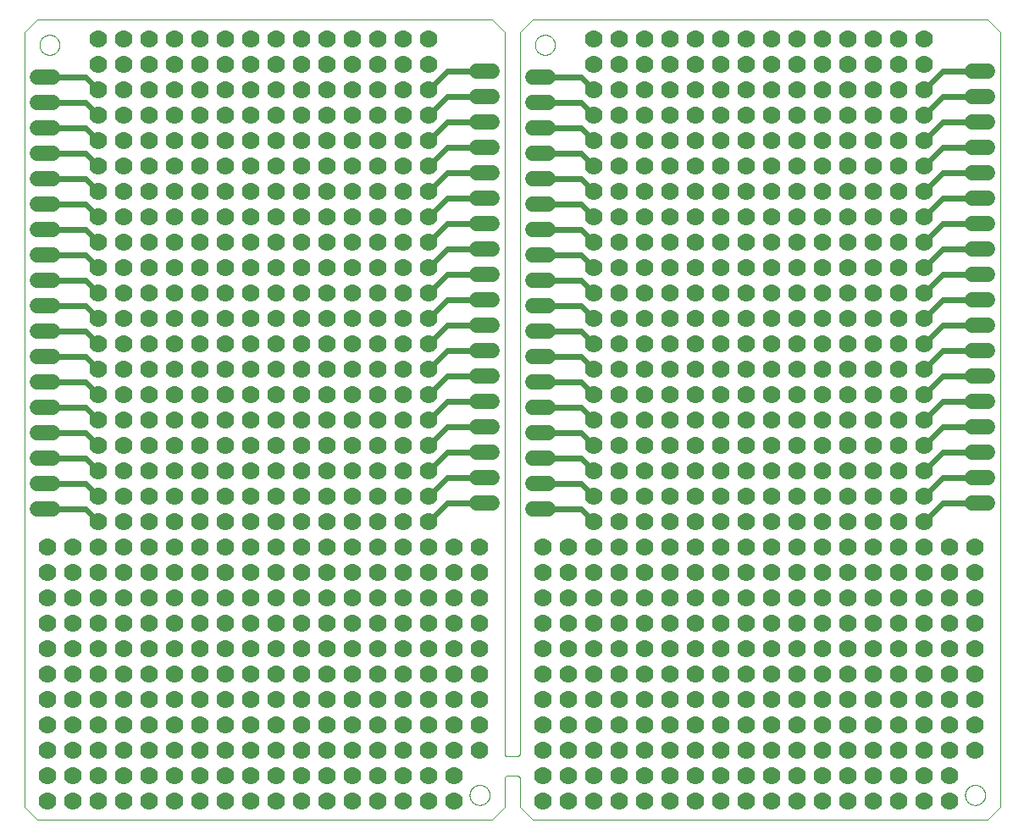
<source format=gbl>
G75*
%MOIN*%
%OFA0B0*%
%FSLAX25Y25*%
%IPPOS*%
%LPD*%
%AMOC8*
5,1,8,0,0,1.08239X$1,22.5*
%
%ADD10C,0.00000*%
%ADD11C,0.06000*%
%ADD12C,0.07000*%
%ADD13C,0.02400*%
D10*
X0001202Y0006000D02*
X0006202Y0001000D01*
X0185202Y0001000D01*
X0190202Y0006000D01*
X0190202Y0017250D01*
X0190204Y0017318D01*
X0190209Y0017385D01*
X0190218Y0017452D01*
X0190231Y0017519D01*
X0190248Y0017584D01*
X0190267Y0017649D01*
X0190291Y0017713D01*
X0190318Y0017775D01*
X0190348Y0017836D01*
X0190381Y0017894D01*
X0190417Y0017951D01*
X0190457Y0018006D01*
X0190499Y0018059D01*
X0190545Y0018110D01*
X0190592Y0018157D01*
X0190643Y0018203D01*
X0190696Y0018245D01*
X0190751Y0018285D01*
X0190808Y0018321D01*
X0190866Y0018354D01*
X0190927Y0018384D01*
X0190989Y0018411D01*
X0191053Y0018435D01*
X0191118Y0018454D01*
X0191183Y0018471D01*
X0191250Y0018484D01*
X0191317Y0018493D01*
X0191384Y0018498D01*
X0191452Y0018500D01*
X0194952Y0018500D01*
X0195020Y0018498D01*
X0195087Y0018493D01*
X0195154Y0018484D01*
X0195221Y0018471D01*
X0195286Y0018454D01*
X0195351Y0018435D01*
X0195415Y0018411D01*
X0195477Y0018384D01*
X0195538Y0018354D01*
X0195596Y0018321D01*
X0195653Y0018285D01*
X0195708Y0018245D01*
X0195761Y0018203D01*
X0195812Y0018157D01*
X0195859Y0018110D01*
X0195905Y0018059D01*
X0195947Y0018006D01*
X0195987Y0017951D01*
X0196023Y0017894D01*
X0196056Y0017836D01*
X0196086Y0017775D01*
X0196113Y0017713D01*
X0196137Y0017649D01*
X0196156Y0017584D01*
X0196173Y0017519D01*
X0196186Y0017452D01*
X0196195Y0017385D01*
X0196200Y0017318D01*
X0196202Y0017250D01*
X0196202Y0006000D01*
X0201202Y0001000D01*
X0380202Y0001000D01*
X0385202Y0006000D01*
X0385202Y0311000D01*
X0380202Y0316000D01*
X0201202Y0316000D01*
X0196202Y0311000D01*
X0196202Y0027250D01*
X0196200Y0027182D01*
X0196195Y0027115D01*
X0196186Y0027048D01*
X0196173Y0026981D01*
X0196156Y0026916D01*
X0196137Y0026851D01*
X0196113Y0026787D01*
X0196086Y0026725D01*
X0196056Y0026664D01*
X0196023Y0026606D01*
X0195987Y0026549D01*
X0195947Y0026494D01*
X0195905Y0026441D01*
X0195859Y0026390D01*
X0195812Y0026343D01*
X0195761Y0026297D01*
X0195708Y0026255D01*
X0195653Y0026215D01*
X0195596Y0026179D01*
X0195538Y0026146D01*
X0195477Y0026116D01*
X0195415Y0026089D01*
X0195351Y0026065D01*
X0195286Y0026046D01*
X0195221Y0026029D01*
X0195154Y0026016D01*
X0195087Y0026007D01*
X0195020Y0026002D01*
X0194952Y0026000D01*
X0191452Y0026000D01*
X0191384Y0026002D01*
X0191317Y0026007D01*
X0191250Y0026016D01*
X0191183Y0026029D01*
X0191118Y0026046D01*
X0191053Y0026065D01*
X0190989Y0026089D01*
X0190927Y0026116D01*
X0190866Y0026146D01*
X0190808Y0026179D01*
X0190751Y0026215D01*
X0190696Y0026255D01*
X0190643Y0026297D01*
X0190592Y0026343D01*
X0190545Y0026390D01*
X0190499Y0026441D01*
X0190457Y0026494D01*
X0190417Y0026549D01*
X0190381Y0026606D01*
X0190348Y0026664D01*
X0190318Y0026725D01*
X0190291Y0026787D01*
X0190267Y0026851D01*
X0190248Y0026916D01*
X0190231Y0026981D01*
X0190218Y0027048D01*
X0190209Y0027115D01*
X0190204Y0027182D01*
X0190202Y0027250D01*
X0190202Y0311000D01*
X0185202Y0316000D01*
X0006202Y0316000D01*
X0001202Y0311000D01*
X0001202Y0006000D01*
X0176423Y0010843D02*
X0176425Y0010968D01*
X0176431Y0011093D01*
X0176441Y0011217D01*
X0176455Y0011341D01*
X0176472Y0011465D01*
X0176494Y0011588D01*
X0176520Y0011710D01*
X0176549Y0011832D01*
X0176582Y0011952D01*
X0176620Y0012071D01*
X0176660Y0012190D01*
X0176705Y0012306D01*
X0176753Y0012421D01*
X0176805Y0012535D01*
X0176861Y0012647D01*
X0176920Y0012757D01*
X0176982Y0012865D01*
X0177048Y0012972D01*
X0177117Y0013076D01*
X0177190Y0013177D01*
X0177265Y0013277D01*
X0177344Y0013374D01*
X0177426Y0013468D01*
X0177511Y0013560D01*
X0177598Y0013649D01*
X0177689Y0013735D01*
X0177782Y0013818D01*
X0177878Y0013899D01*
X0177976Y0013976D01*
X0178076Y0014050D01*
X0178179Y0014121D01*
X0178284Y0014188D01*
X0178392Y0014253D01*
X0178501Y0014313D01*
X0178612Y0014371D01*
X0178725Y0014424D01*
X0178839Y0014474D01*
X0178955Y0014521D01*
X0179072Y0014563D01*
X0179191Y0014602D01*
X0179311Y0014638D01*
X0179432Y0014669D01*
X0179554Y0014697D01*
X0179676Y0014720D01*
X0179800Y0014740D01*
X0179924Y0014756D01*
X0180048Y0014768D01*
X0180173Y0014776D01*
X0180298Y0014780D01*
X0180422Y0014780D01*
X0180547Y0014776D01*
X0180672Y0014768D01*
X0180796Y0014756D01*
X0180920Y0014740D01*
X0181044Y0014720D01*
X0181166Y0014697D01*
X0181288Y0014669D01*
X0181409Y0014638D01*
X0181529Y0014602D01*
X0181648Y0014563D01*
X0181765Y0014521D01*
X0181881Y0014474D01*
X0181995Y0014424D01*
X0182108Y0014371D01*
X0182219Y0014313D01*
X0182329Y0014253D01*
X0182436Y0014188D01*
X0182541Y0014121D01*
X0182644Y0014050D01*
X0182744Y0013976D01*
X0182842Y0013899D01*
X0182938Y0013818D01*
X0183031Y0013735D01*
X0183122Y0013649D01*
X0183209Y0013560D01*
X0183294Y0013468D01*
X0183376Y0013374D01*
X0183455Y0013277D01*
X0183530Y0013177D01*
X0183603Y0013076D01*
X0183672Y0012972D01*
X0183738Y0012865D01*
X0183800Y0012757D01*
X0183859Y0012647D01*
X0183915Y0012535D01*
X0183967Y0012421D01*
X0184015Y0012306D01*
X0184060Y0012190D01*
X0184100Y0012071D01*
X0184138Y0011952D01*
X0184171Y0011832D01*
X0184200Y0011710D01*
X0184226Y0011588D01*
X0184248Y0011465D01*
X0184265Y0011341D01*
X0184279Y0011217D01*
X0184289Y0011093D01*
X0184295Y0010968D01*
X0184297Y0010843D01*
X0184295Y0010718D01*
X0184289Y0010593D01*
X0184279Y0010469D01*
X0184265Y0010345D01*
X0184248Y0010221D01*
X0184226Y0010098D01*
X0184200Y0009976D01*
X0184171Y0009854D01*
X0184138Y0009734D01*
X0184100Y0009615D01*
X0184060Y0009496D01*
X0184015Y0009380D01*
X0183967Y0009265D01*
X0183915Y0009151D01*
X0183859Y0009039D01*
X0183800Y0008929D01*
X0183738Y0008821D01*
X0183672Y0008714D01*
X0183603Y0008610D01*
X0183530Y0008509D01*
X0183455Y0008409D01*
X0183376Y0008312D01*
X0183294Y0008218D01*
X0183209Y0008126D01*
X0183122Y0008037D01*
X0183031Y0007951D01*
X0182938Y0007868D01*
X0182842Y0007787D01*
X0182744Y0007710D01*
X0182644Y0007636D01*
X0182541Y0007565D01*
X0182436Y0007498D01*
X0182328Y0007433D01*
X0182219Y0007373D01*
X0182108Y0007315D01*
X0181995Y0007262D01*
X0181881Y0007212D01*
X0181765Y0007165D01*
X0181648Y0007123D01*
X0181529Y0007084D01*
X0181409Y0007048D01*
X0181288Y0007017D01*
X0181166Y0006989D01*
X0181044Y0006966D01*
X0180920Y0006946D01*
X0180796Y0006930D01*
X0180672Y0006918D01*
X0180547Y0006910D01*
X0180422Y0006906D01*
X0180298Y0006906D01*
X0180173Y0006910D01*
X0180048Y0006918D01*
X0179924Y0006930D01*
X0179800Y0006946D01*
X0179676Y0006966D01*
X0179554Y0006989D01*
X0179432Y0007017D01*
X0179311Y0007048D01*
X0179191Y0007084D01*
X0179072Y0007123D01*
X0178955Y0007165D01*
X0178839Y0007212D01*
X0178725Y0007262D01*
X0178612Y0007315D01*
X0178501Y0007373D01*
X0178391Y0007433D01*
X0178284Y0007498D01*
X0178179Y0007565D01*
X0178076Y0007636D01*
X0177976Y0007710D01*
X0177878Y0007787D01*
X0177782Y0007868D01*
X0177689Y0007951D01*
X0177598Y0008037D01*
X0177511Y0008126D01*
X0177426Y0008218D01*
X0177344Y0008312D01*
X0177265Y0008409D01*
X0177190Y0008509D01*
X0177117Y0008610D01*
X0177048Y0008714D01*
X0176982Y0008821D01*
X0176920Y0008929D01*
X0176861Y0009039D01*
X0176805Y0009151D01*
X0176753Y0009265D01*
X0176705Y0009380D01*
X0176660Y0009496D01*
X0176620Y0009615D01*
X0176582Y0009734D01*
X0176549Y0009854D01*
X0176520Y0009976D01*
X0176494Y0010098D01*
X0176472Y0010221D01*
X0176455Y0010345D01*
X0176441Y0010469D01*
X0176431Y0010593D01*
X0176425Y0010718D01*
X0176423Y0010843D01*
X0371423Y0010843D02*
X0371425Y0010968D01*
X0371431Y0011093D01*
X0371441Y0011217D01*
X0371455Y0011341D01*
X0371472Y0011465D01*
X0371494Y0011588D01*
X0371520Y0011710D01*
X0371549Y0011832D01*
X0371582Y0011952D01*
X0371620Y0012071D01*
X0371660Y0012190D01*
X0371705Y0012306D01*
X0371753Y0012421D01*
X0371805Y0012535D01*
X0371861Y0012647D01*
X0371920Y0012757D01*
X0371982Y0012865D01*
X0372048Y0012972D01*
X0372117Y0013076D01*
X0372190Y0013177D01*
X0372265Y0013277D01*
X0372344Y0013374D01*
X0372426Y0013468D01*
X0372511Y0013560D01*
X0372598Y0013649D01*
X0372689Y0013735D01*
X0372782Y0013818D01*
X0372878Y0013899D01*
X0372976Y0013976D01*
X0373076Y0014050D01*
X0373179Y0014121D01*
X0373284Y0014188D01*
X0373392Y0014253D01*
X0373501Y0014313D01*
X0373612Y0014371D01*
X0373725Y0014424D01*
X0373839Y0014474D01*
X0373955Y0014521D01*
X0374072Y0014563D01*
X0374191Y0014602D01*
X0374311Y0014638D01*
X0374432Y0014669D01*
X0374554Y0014697D01*
X0374676Y0014720D01*
X0374800Y0014740D01*
X0374924Y0014756D01*
X0375048Y0014768D01*
X0375173Y0014776D01*
X0375298Y0014780D01*
X0375422Y0014780D01*
X0375547Y0014776D01*
X0375672Y0014768D01*
X0375796Y0014756D01*
X0375920Y0014740D01*
X0376044Y0014720D01*
X0376166Y0014697D01*
X0376288Y0014669D01*
X0376409Y0014638D01*
X0376529Y0014602D01*
X0376648Y0014563D01*
X0376765Y0014521D01*
X0376881Y0014474D01*
X0376995Y0014424D01*
X0377108Y0014371D01*
X0377219Y0014313D01*
X0377329Y0014253D01*
X0377436Y0014188D01*
X0377541Y0014121D01*
X0377644Y0014050D01*
X0377744Y0013976D01*
X0377842Y0013899D01*
X0377938Y0013818D01*
X0378031Y0013735D01*
X0378122Y0013649D01*
X0378209Y0013560D01*
X0378294Y0013468D01*
X0378376Y0013374D01*
X0378455Y0013277D01*
X0378530Y0013177D01*
X0378603Y0013076D01*
X0378672Y0012972D01*
X0378738Y0012865D01*
X0378800Y0012757D01*
X0378859Y0012647D01*
X0378915Y0012535D01*
X0378967Y0012421D01*
X0379015Y0012306D01*
X0379060Y0012190D01*
X0379100Y0012071D01*
X0379138Y0011952D01*
X0379171Y0011832D01*
X0379200Y0011710D01*
X0379226Y0011588D01*
X0379248Y0011465D01*
X0379265Y0011341D01*
X0379279Y0011217D01*
X0379289Y0011093D01*
X0379295Y0010968D01*
X0379297Y0010843D01*
X0379295Y0010718D01*
X0379289Y0010593D01*
X0379279Y0010469D01*
X0379265Y0010345D01*
X0379248Y0010221D01*
X0379226Y0010098D01*
X0379200Y0009976D01*
X0379171Y0009854D01*
X0379138Y0009734D01*
X0379100Y0009615D01*
X0379060Y0009496D01*
X0379015Y0009380D01*
X0378967Y0009265D01*
X0378915Y0009151D01*
X0378859Y0009039D01*
X0378800Y0008929D01*
X0378738Y0008821D01*
X0378672Y0008714D01*
X0378603Y0008610D01*
X0378530Y0008509D01*
X0378455Y0008409D01*
X0378376Y0008312D01*
X0378294Y0008218D01*
X0378209Y0008126D01*
X0378122Y0008037D01*
X0378031Y0007951D01*
X0377938Y0007868D01*
X0377842Y0007787D01*
X0377744Y0007710D01*
X0377644Y0007636D01*
X0377541Y0007565D01*
X0377436Y0007498D01*
X0377328Y0007433D01*
X0377219Y0007373D01*
X0377108Y0007315D01*
X0376995Y0007262D01*
X0376881Y0007212D01*
X0376765Y0007165D01*
X0376648Y0007123D01*
X0376529Y0007084D01*
X0376409Y0007048D01*
X0376288Y0007017D01*
X0376166Y0006989D01*
X0376044Y0006966D01*
X0375920Y0006946D01*
X0375796Y0006930D01*
X0375672Y0006918D01*
X0375547Y0006910D01*
X0375422Y0006906D01*
X0375298Y0006906D01*
X0375173Y0006910D01*
X0375048Y0006918D01*
X0374924Y0006930D01*
X0374800Y0006946D01*
X0374676Y0006966D01*
X0374554Y0006989D01*
X0374432Y0007017D01*
X0374311Y0007048D01*
X0374191Y0007084D01*
X0374072Y0007123D01*
X0373955Y0007165D01*
X0373839Y0007212D01*
X0373725Y0007262D01*
X0373612Y0007315D01*
X0373501Y0007373D01*
X0373391Y0007433D01*
X0373284Y0007498D01*
X0373179Y0007565D01*
X0373076Y0007636D01*
X0372976Y0007710D01*
X0372878Y0007787D01*
X0372782Y0007868D01*
X0372689Y0007951D01*
X0372598Y0008037D01*
X0372511Y0008126D01*
X0372426Y0008218D01*
X0372344Y0008312D01*
X0372265Y0008409D01*
X0372190Y0008509D01*
X0372117Y0008610D01*
X0372048Y0008714D01*
X0371982Y0008821D01*
X0371920Y0008929D01*
X0371861Y0009039D01*
X0371805Y0009151D01*
X0371753Y0009265D01*
X0371705Y0009380D01*
X0371660Y0009496D01*
X0371620Y0009615D01*
X0371582Y0009734D01*
X0371549Y0009854D01*
X0371520Y0009976D01*
X0371494Y0010098D01*
X0371472Y0010221D01*
X0371455Y0010345D01*
X0371441Y0010469D01*
X0371431Y0010593D01*
X0371425Y0010718D01*
X0371423Y0010843D01*
X0202132Y0306118D02*
X0202134Y0306243D01*
X0202140Y0306368D01*
X0202150Y0306492D01*
X0202164Y0306616D01*
X0202181Y0306740D01*
X0202203Y0306863D01*
X0202229Y0306985D01*
X0202258Y0307107D01*
X0202291Y0307227D01*
X0202329Y0307346D01*
X0202369Y0307465D01*
X0202414Y0307581D01*
X0202462Y0307696D01*
X0202514Y0307810D01*
X0202570Y0307922D01*
X0202629Y0308032D01*
X0202691Y0308140D01*
X0202757Y0308247D01*
X0202826Y0308351D01*
X0202899Y0308452D01*
X0202974Y0308552D01*
X0203053Y0308649D01*
X0203135Y0308743D01*
X0203220Y0308835D01*
X0203307Y0308924D01*
X0203398Y0309010D01*
X0203491Y0309093D01*
X0203587Y0309174D01*
X0203685Y0309251D01*
X0203785Y0309325D01*
X0203888Y0309396D01*
X0203993Y0309463D01*
X0204101Y0309528D01*
X0204210Y0309588D01*
X0204321Y0309646D01*
X0204434Y0309699D01*
X0204548Y0309749D01*
X0204664Y0309796D01*
X0204781Y0309838D01*
X0204900Y0309877D01*
X0205020Y0309913D01*
X0205141Y0309944D01*
X0205263Y0309972D01*
X0205385Y0309995D01*
X0205509Y0310015D01*
X0205633Y0310031D01*
X0205757Y0310043D01*
X0205882Y0310051D01*
X0206007Y0310055D01*
X0206131Y0310055D01*
X0206256Y0310051D01*
X0206381Y0310043D01*
X0206505Y0310031D01*
X0206629Y0310015D01*
X0206753Y0309995D01*
X0206875Y0309972D01*
X0206997Y0309944D01*
X0207118Y0309913D01*
X0207238Y0309877D01*
X0207357Y0309838D01*
X0207474Y0309796D01*
X0207590Y0309749D01*
X0207704Y0309699D01*
X0207817Y0309646D01*
X0207928Y0309588D01*
X0208038Y0309528D01*
X0208145Y0309463D01*
X0208250Y0309396D01*
X0208353Y0309325D01*
X0208453Y0309251D01*
X0208551Y0309174D01*
X0208647Y0309093D01*
X0208740Y0309010D01*
X0208831Y0308924D01*
X0208918Y0308835D01*
X0209003Y0308743D01*
X0209085Y0308649D01*
X0209164Y0308552D01*
X0209239Y0308452D01*
X0209312Y0308351D01*
X0209381Y0308247D01*
X0209447Y0308140D01*
X0209509Y0308032D01*
X0209568Y0307922D01*
X0209624Y0307810D01*
X0209676Y0307696D01*
X0209724Y0307581D01*
X0209769Y0307465D01*
X0209809Y0307346D01*
X0209847Y0307227D01*
X0209880Y0307107D01*
X0209909Y0306985D01*
X0209935Y0306863D01*
X0209957Y0306740D01*
X0209974Y0306616D01*
X0209988Y0306492D01*
X0209998Y0306368D01*
X0210004Y0306243D01*
X0210006Y0306118D01*
X0210004Y0305993D01*
X0209998Y0305868D01*
X0209988Y0305744D01*
X0209974Y0305620D01*
X0209957Y0305496D01*
X0209935Y0305373D01*
X0209909Y0305251D01*
X0209880Y0305129D01*
X0209847Y0305009D01*
X0209809Y0304890D01*
X0209769Y0304771D01*
X0209724Y0304655D01*
X0209676Y0304540D01*
X0209624Y0304426D01*
X0209568Y0304314D01*
X0209509Y0304204D01*
X0209447Y0304096D01*
X0209381Y0303989D01*
X0209312Y0303885D01*
X0209239Y0303784D01*
X0209164Y0303684D01*
X0209085Y0303587D01*
X0209003Y0303493D01*
X0208918Y0303401D01*
X0208831Y0303312D01*
X0208740Y0303226D01*
X0208647Y0303143D01*
X0208551Y0303062D01*
X0208453Y0302985D01*
X0208353Y0302911D01*
X0208250Y0302840D01*
X0208145Y0302773D01*
X0208037Y0302708D01*
X0207928Y0302648D01*
X0207817Y0302590D01*
X0207704Y0302537D01*
X0207590Y0302487D01*
X0207474Y0302440D01*
X0207357Y0302398D01*
X0207238Y0302359D01*
X0207118Y0302323D01*
X0206997Y0302292D01*
X0206875Y0302264D01*
X0206753Y0302241D01*
X0206629Y0302221D01*
X0206505Y0302205D01*
X0206381Y0302193D01*
X0206256Y0302185D01*
X0206131Y0302181D01*
X0206007Y0302181D01*
X0205882Y0302185D01*
X0205757Y0302193D01*
X0205633Y0302205D01*
X0205509Y0302221D01*
X0205385Y0302241D01*
X0205263Y0302264D01*
X0205141Y0302292D01*
X0205020Y0302323D01*
X0204900Y0302359D01*
X0204781Y0302398D01*
X0204664Y0302440D01*
X0204548Y0302487D01*
X0204434Y0302537D01*
X0204321Y0302590D01*
X0204210Y0302648D01*
X0204100Y0302708D01*
X0203993Y0302773D01*
X0203888Y0302840D01*
X0203785Y0302911D01*
X0203685Y0302985D01*
X0203587Y0303062D01*
X0203491Y0303143D01*
X0203398Y0303226D01*
X0203307Y0303312D01*
X0203220Y0303401D01*
X0203135Y0303493D01*
X0203053Y0303587D01*
X0202974Y0303684D01*
X0202899Y0303784D01*
X0202826Y0303885D01*
X0202757Y0303989D01*
X0202691Y0304096D01*
X0202629Y0304204D01*
X0202570Y0304314D01*
X0202514Y0304426D01*
X0202462Y0304540D01*
X0202414Y0304655D01*
X0202369Y0304771D01*
X0202329Y0304890D01*
X0202291Y0305009D01*
X0202258Y0305129D01*
X0202229Y0305251D01*
X0202203Y0305373D01*
X0202181Y0305496D01*
X0202164Y0305620D01*
X0202150Y0305744D01*
X0202140Y0305868D01*
X0202134Y0305993D01*
X0202132Y0306118D01*
X0007132Y0306118D02*
X0007134Y0306243D01*
X0007140Y0306368D01*
X0007150Y0306492D01*
X0007164Y0306616D01*
X0007181Y0306740D01*
X0007203Y0306863D01*
X0007229Y0306985D01*
X0007258Y0307107D01*
X0007291Y0307227D01*
X0007329Y0307346D01*
X0007369Y0307465D01*
X0007414Y0307581D01*
X0007462Y0307696D01*
X0007514Y0307810D01*
X0007570Y0307922D01*
X0007629Y0308032D01*
X0007691Y0308140D01*
X0007757Y0308247D01*
X0007826Y0308351D01*
X0007899Y0308452D01*
X0007974Y0308552D01*
X0008053Y0308649D01*
X0008135Y0308743D01*
X0008220Y0308835D01*
X0008307Y0308924D01*
X0008398Y0309010D01*
X0008491Y0309093D01*
X0008587Y0309174D01*
X0008685Y0309251D01*
X0008785Y0309325D01*
X0008888Y0309396D01*
X0008993Y0309463D01*
X0009101Y0309528D01*
X0009210Y0309588D01*
X0009321Y0309646D01*
X0009434Y0309699D01*
X0009548Y0309749D01*
X0009664Y0309796D01*
X0009781Y0309838D01*
X0009900Y0309877D01*
X0010020Y0309913D01*
X0010141Y0309944D01*
X0010263Y0309972D01*
X0010385Y0309995D01*
X0010509Y0310015D01*
X0010633Y0310031D01*
X0010757Y0310043D01*
X0010882Y0310051D01*
X0011007Y0310055D01*
X0011131Y0310055D01*
X0011256Y0310051D01*
X0011381Y0310043D01*
X0011505Y0310031D01*
X0011629Y0310015D01*
X0011753Y0309995D01*
X0011875Y0309972D01*
X0011997Y0309944D01*
X0012118Y0309913D01*
X0012238Y0309877D01*
X0012357Y0309838D01*
X0012474Y0309796D01*
X0012590Y0309749D01*
X0012704Y0309699D01*
X0012817Y0309646D01*
X0012928Y0309588D01*
X0013038Y0309528D01*
X0013145Y0309463D01*
X0013250Y0309396D01*
X0013353Y0309325D01*
X0013453Y0309251D01*
X0013551Y0309174D01*
X0013647Y0309093D01*
X0013740Y0309010D01*
X0013831Y0308924D01*
X0013918Y0308835D01*
X0014003Y0308743D01*
X0014085Y0308649D01*
X0014164Y0308552D01*
X0014239Y0308452D01*
X0014312Y0308351D01*
X0014381Y0308247D01*
X0014447Y0308140D01*
X0014509Y0308032D01*
X0014568Y0307922D01*
X0014624Y0307810D01*
X0014676Y0307696D01*
X0014724Y0307581D01*
X0014769Y0307465D01*
X0014809Y0307346D01*
X0014847Y0307227D01*
X0014880Y0307107D01*
X0014909Y0306985D01*
X0014935Y0306863D01*
X0014957Y0306740D01*
X0014974Y0306616D01*
X0014988Y0306492D01*
X0014998Y0306368D01*
X0015004Y0306243D01*
X0015006Y0306118D01*
X0015004Y0305993D01*
X0014998Y0305868D01*
X0014988Y0305744D01*
X0014974Y0305620D01*
X0014957Y0305496D01*
X0014935Y0305373D01*
X0014909Y0305251D01*
X0014880Y0305129D01*
X0014847Y0305009D01*
X0014809Y0304890D01*
X0014769Y0304771D01*
X0014724Y0304655D01*
X0014676Y0304540D01*
X0014624Y0304426D01*
X0014568Y0304314D01*
X0014509Y0304204D01*
X0014447Y0304096D01*
X0014381Y0303989D01*
X0014312Y0303885D01*
X0014239Y0303784D01*
X0014164Y0303684D01*
X0014085Y0303587D01*
X0014003Y0303493D01*
X0013918Y0303401D01*
X0013831Y0303312D01*
X0013740Y0303226D01*
X0013647Y0303143D01*
X0013551Y0303062D01*
X0013453Y0302985D01*
X0013353Y0302911D01*
X0013250Y0302840D01*
X0013145Y0302773D01*
X0013037Y0302708D01*
X0012928Y0302648D01*
X0012817Y0302590D01*
X0012704Y0302537D01*
X0012590Y0302487D01*
X0012474Y0302440D01*
X0012357Y0302398D01*
X0012238Y0302359D01*
X0012118Y0302323D01*
X0011997Y0302292D01*
X0011875Y0302264D01*
X0011753Y0302241D01*
X0011629Y0302221D01*
X0011505Y0302205D01*
X0011381Y0302193D01*
X0011256Y0302185D01*
X0011131Y0302181D01*
X0011007Y0302181D01*
X0010882Y0302185D01*
X0010757Y0302193D01*
X0010633Y0302205D01*
X0010509Y0302221D01*
X0010385Y0302241D01*
X0010263Y0302264D01*
X0010141Y0302292D01*
X0010020Y0302323D01*
X0009900Y0302359D01*
X0009781Y0302398D01*
X0009664Y0302440D01*
X0009548Y0302487D01*
X0009434Y0302537D01*
X0009321Y0302590D01*
X0009210Y0302648D01*
X0009100Y0302708D01*
X0008993Y0302773D01*
X0008888Y0302840D01*
X0008785Y0302911D01*
X0008685Y0302985D01*
X0008587Y0303062D01*
X0008491Y0303143D01*
X0008398Y0303226D01*
X0008307Y0303312D01*
X0008220Y0303401D01*
X0008135Y0303493D01*
X0008053Y0303587D01*
X0007974Y0303684D01*
X0007899Y0303784D01*
X0007826Y0303885D01*
X0007757Y0303989D01*
X0007691Y0304096D01*
X0007629Y0304204D01*
X0007570Y0304314D01*
X0007514Y0304426D01*
X0007462Y0304540D01*
X0007414Y0304655D01*
X0007369Y0304771D01*
X0007329Y0304890D01*
X0007291Y0305009D01*
X0007258Y0305129D01*
X0007229Y0305251D01*
X0007203Y0305373D01*
X0007181Y0305496D01*
X0007164Y0305620D01*
X0007150Y0305744D01*
X0007140Y0305868D01*
X0007134Y0305993D01*
X0007132Y0306118D01*
D11*
X0006100Y0293461D02*
X0012100Y0293461D01*
X0012100Y0283461D02*
X0006100Y0283461D01*
X0006100Y0273461D02*
X0012100Y0273461D01*
X0012100Y0263461D02*
X0006100Y0263461D01*
X0006100Y0253461D02*
X0012100Y0253461D01*
X0012100Y0243461D02*
X0006100Y0243461D01*
X0006100Y0233461D02*
X0012100Y0233461D01*
X0012100Y0223461D02*
X0006100Y0223461D01*
X0006100Y0213461D02*
X0012100Y0213461D01*
X0012100Y0203461D02*
X0006100Y0203461D01*
X0006100Y0193461D02*
X0012100Y0193461D01*
X0012100Y0183461D02*
X0006100Y0183461D01*
X0006100Y0173461D02*
X0012100Y0173461D01*
X0012100Y0163461D02*
X0006100Y0163461D01*
X0006100Y0153461D02*
X0012100Y0153461D01*
X0012100Y0143461D02*
X0006100Y0143461D01*
X0006100Y0133461D02*
X0012100Y0133461D01*
X0012100Y0123461D02*
X0006100Y0123461D01*
X0179328Y0125862D02*
X0185328Y0125862D01*
X0185328Y0135862D02*
X0179328Y0135862D01*
X0179328Y0145862D02*
X0185328Y0145862D01*
X0185328Y0155862D02*
X0179328Y0155862D01*
X0179328Y0165862D02*
X0185328Y0165862D01*
X0185328Y0175862D02*
X0179328Y0175862D01*
X0179328Y0185862D02*
X0185328Y0185862D01*
X0185328Y0195862D02*
X0179328Y0195862D01*
X0179328Y0205862D02*
X0185328Y0205862D01*
X0185328Y0215862D02*
X0179328Y0215862D01*
X0179328Y0225862D02*
X0185328Y0225862D01*
X0185328Y0235862D02*
X0179328Y0235862D01*
X0179328Y0245862D02*
X0185328Y0245862D01*
X0185328Y0255862D02*
X0179328Y0255862D01*
X0179328Y0265862D02*
X0185328Y0265862D01*
X0185328Y0275862D02*
X0179328Y0275862D01*
X0179328Y0285862D02*
X0185328Y0285862D01*
X0185328Y0295862D02*
X0179328Y0295862D01*
X0201100Y0293461D02*
X0207100Y0293461D01*
X0207100Y0283461D02*
X0201100Y0283461D01*
X0201100Y0273461D02*
X0207100Y0273461D01*
X0207100Y0263461D02*
X0201100Y0263461D01*
X0201100Y0253461D02*
X0207100Y0253461D01*
X0207100Y0243461D02*
X0201100Y0243461D01*
X0201100Y0233461D02*
X0207100Y0233461D01*
X0207100Y0223461D02*
X0201100Y0223461D01*
X0201100Y0213461D02*
X0207100Y0213461D01*
X0207100Y0203461D02*
X0201100Y0203461D01*
X0201100Y0193461D02*
X0207100Y0193461D01*
X0207100Y0183461D02*
X0201100Y0183461D01*
X0201100Y0173461D02*
X0207100Y0173461D01*
X0207100Y0163461D02*
X0201100Y0163461D01*
X0201100Y0153461D02*
X0207100Y0153461D01*
X0207100Y0143461D02*
X0201100Y0143461D01*
X0201100Y0133461D02*
X0207100Y0133461D01*
X0207100Y0123461D02*
X0201100Y0123461D01*
X0374328Y0125862D02*
X0380328Y0125862D01*
X0380328Y0135862D02*
X0374328Y0135862D01*
X0374328Y0145862D02*
X0380328Y0145862D01*
X0380328Y0155862D02*
X0374328Y0155862D01*
X0374328Y0165862D02*
X0380328Y0165862D01*
X0380328Y0175862D02*
X0374328Y0175862D01*
X0374328Y0185862D02*
X0380328Y0185862D01*
X0380328Y0195862D02*
X0374328Y0195862D01*
X0374328Y0205862D02*
X0380328Y0205862D01*
X0380328Y0215862D02*
X0374328Y0215862D01*
X0374328Y0225862D02*
X0380328Y0225862D01*
X0380328Y0235862D02*
X0374328Y0235862D01*
X0374328Y0245862D02*
X0380328Y0245862D01*
X0380328Y0255862D02*
X0374328Y0255862D01*
X0374328Y0265862D02*
X0380328Y0265862D01*
X0380328Y0275862D02*
X0374328Y0275862D01*
X0374328Y0285862D02*
X0380328Y0285862D01*
X0380328Y0295862D02*
X0374328Y0295862D01*
D12*
X0355202Y0298500D03*
X0345202Y0298500D03*
X0335202Y0298500D03*
X0325202Y0298500D03*
X0315202Y0298500D03*
X0305202Y0298500D03*
X0295202Y0298500D03*
X0285202Y0298500D03*
X0275202Y0298500D03*
X0265202Y0298500D03*
X0255202Y0298500D03*
X0245202Y0298500D03*
X0235202Y0298500D03*
X0225202Y0298500D03*
X0225202Y0288500D03*
X0235202Y0288500D03*
X0245202Y0288500D03*
X0255202Y0288500D03*
X0265202Y0288500D03*
X0275202Y0288500D03*
X0285202Y0288500D03*
X0295202Y0288500D03*
X0305202Y0288500D03*
X0315202Y0288500D03*
X0325202Y0288500D03*
X0335202Y0288500D03*
X0345202Y0288500D03*
X0355202Y0288500D03*
X0355202Y0278500D03*
X0345202Y0278500D03*
X0335202Y0278500D03*
X0325202Y0278500D03*
X0315202Y0278500D03*
X0305202Y0278500D03*
X0295202Y0278500D03*
X0285202Y0278500D03*
X0275202Y0278500D03*
X0265202Y0278500D03*
X0255202Y0278500D03*
X0245202Y0278500D03*
X0235202Y0278500D03*
X0225202Y0278500D03*
X0225202Y0268500D03*
X0235202Y0268500D03*
X0235202Y0258500D03*
X0225202Y0258500D03*
X0225202Y0248500D03*
X0235202Y0248500D03*
X0235202Y0238500D03*
X0225202Y0238500D03*
X0225202Y0228500D03*
X0235202Y0228500D03*
X0245202Y0228500D03*
X0245202Y0238500D03*
X0245202Y0248500D03*
X0245202Y0258500D03*
X0245202Y0268500D03*
X0255202Y0268500D03*
X0265202Y0268500D03*
X0265202Y0258500D03*
X0255202Y0258500D03*
X0255202Y0248500D03*
X0265202Y0248500D03*
X0265202Y0238500D03*
X0255202Y0238500D03*
X0255202Y0228500D03*
X0265202Y0228500D03*
X0275202Y0228500D03*
X0285202Y0228500D03*
X0285202Y0238500D03*
X0275202Y0238500D03*
X0275202Y0248500D03*
X0285202Y0248500D03*
X0285202Y0258500D03*
X0275202Y0258500D03*
X0275202Y0268500D03*
X0285202Y0268500D03*
X0295202Y0268500D03*
X0305202Y0268500D03*
X0305202Y0258500D03*
X0295202Y0258500D03*
X0295202Y0248500D03*
X0305202Y0248500D03*
X0305202Y0238500D03*
X0295202Y0238500D03*
X0295202Y0228500D03*
X0305202Y0228500D03*
X0315202Y0228500D03*
X0315202Y0238500D03*
X0315202Y0248500D03*
X0315202Y0258500D03*
X0315202Y0268500D03*
X0325202Y0268500D03*
X0335202Y0268500D03*
X0335202Y0258500D03*
X0325202Y0258500D03*
X0325202Y0248500D03*
X0335202Y0248500D03*
X0335202Y0238500D03*
X0325202Y0238500D03*
X0325202Y0228500D03*
X0335202Y0228500D03*
X0345202Y0228500D03*
X0355202Y0228500D03*
X0355202Y0238500D03*
X0345202Y0238500D03*
X0345202Y0248500D03*
X0355202Y0248500D03*
X0355202Y0258500D03*
X0345202Y0258500D03*
X0345202Y0268500D03*
X0355202Y0268500D03*
X0355202Y0308500D03*
X0345202Y0308500D03*
X0335202Y0308500D03*
X0325202Y0308500D03*
X0315202Y0308500D03*
X0305202Y0308500D03*
X0295202Y0308500D03*
X0285202Y0308500D03*
X0275202Y0308500D03*
X0265202Y0308500D03*
X0255202Y0308500D03*
X0245202Y0308500D03*
X0235202Y0308500D03*
X0225202Y0308500D03*
X0160202Y0308500D03*
X0150202Y0308500D03*
X0140202Y0308500D03*
X0130202Y0308500D03*
X0120202Y0308500D03*
X0110202Y0308500D03*
X0100202Y0308500D03*
X0090202Y0308500D03*
X0080202Y0308500D03*
X0070202Y0308500D03*
X0060202Y0308500D03*
X0050202Y0308500D03*
X0040202Y0308500D03*
X0030202Y0308500D03*
X0030202Y0298500D03*
X0030202Y0288500D03*
X0040202Y0288500D03*
X0050202Y0288500D03*
X0050202Y0298500D03*
X0040202Y0298500D03*
X0060202Y0298500D03*
X0060202Y0288500D03*
X0070202Y0288500D03*
X0080202Y0288500D03*
X0080202Y0298500D03*
X0070202Y0298500D03*
X0090202Y0298500D03*
X0100202Y0298500D03*
X0100202Y0288500D03*
X0090202Y0288500D03*
X0090202Y0278500D03*
X0100202Y0278500D03*
X0100202Y0268500D03*
X0090202Y0268500D03*
X0080202Y0268500D03*
X0070202Y0268500D03*
X0060202Y0268500D03*
X0050202Y0268500D03*
X0040202Y0268500D03*
X0030202Y0268500D03*
X0030202Y0258500D03*
X0030202Y0248500D03*
X0030202Y0238500D03*
X0030202Y0228500D03*
X0040202Y0228500D03*
X0050202Y0228500D03*
X0050202Y0238500D03*
X0040202Y0238500D03*
X0040202Y0248500D03*
X0050202Y0248500D03*
X0050202Y0258500D03*
X0040202Y0258500D03*
X0060202Y0258500D03*
X0060202Y0248500D03*
X0060202Y0238500D03*
X0060202Y0228500D03*
X0070202Y0228500D03*
X0080202Y0228500D03*
X0080202Y0238500D03*
X0070202Y0238500D03*
X0070202Y0248500D03*
X0080202Y0248500D03*
X0080202Y0258500D03*
X0070202Y0258500D03*
X0090202Y0258500D03*
X0100202Y0258500D03*
X0100202Y0248500D03*
X0090202Y0248500D03*
X0090202Y0238500D03*
X0100202Y0238500D03*
X0100202Y0228500D03*
X0090202Y0228500D03*
X0090202Y0218500D03*
X0100202Y0218500D03*
X0100202Y0208500D03*
X0090202Y0208500D03*
X0080202Y0208500D03*
X0070202Y0208500D03*
X0060202Y0208500D03*
X0050202Y0208500D03*
X0040202Y0208500D03*
X0030202Y0208500D03*
X0030202Y0198500D03*
X0030202Y0188500D03*
X0030202Y0178500D03*
X0030202Y0168500D03*
X0030202Y0158500D03*
X0040202Y0158500D03*
X0050202Y0158500D03*
X0050202Y0168500D03*
X0040202Y0168500D03*
X0040202Y0178500D03*
X0050202Y0178500D03*
X0050202Y0188500D03*
X0040202Y0188500D03*
X0040202Y0198500D03*
X0050202Y0198500D03*
X0060202Y0198500D03*
X0060202Y0188500D03*
X0060202Y0178500D03*
X0060202Y0168500D03*
X0060202Y0158500D03*
X0070202Y0158500D03*
X0080202Y0158500D03*
X0080202Y0168500D03*
X0070202Y0168500D03*
X0070202Y0178500D03*
X0080202Y0178500D03*
X0080202Y0188500D03*
X0070202Y0188500D03*
X0070202Y0198500D03*
X0080202Y0198500D03*
X0090202Y0198500D03*
X0100202Y0198500D03*
X0100202Y0188500D03*
X0090202Y0188500D03*
X0090202Y0178500D03*
X0100202Y0178500D03*
X0100202Y0168500D03*
X0090202Y0168500D03*
X0090202Y0158500D03*
X0100202Y0158500D03*
X0110202Y0158500D03*
X0110202Y0168500D03*
X0110202Y0178500D03*
X0110202Y0188500D03*
X0110202Y0198500D03*
X0110202Y0208500D03*
X0110202Y0218500D03*
X0120202Y0218500D03*
X0130202Y0218500D03*
X0130202Y0208500D03*
X0120202Y0208500D03*
X0120202Y0198500D03*
X0130202Y0198500D03*
X0130202Y0188500D03*
X0120202Y0188500D03*
X0120202Y0178500D03*
X0130202Y0178500D03*
X0130202Y0168500D03*
X0120202Y0168500D03*
X0120202Y0158500D03*
X0130202Y0158500D03*
X0140202Y0158500D03*
X0150202Y0158500D03*
X0150202Y0168500D03*
X0140202Y0168500D03*
X0140202Y0178500D03*
X0150202Y0178500D03*
X0150202Y0188500D03*
X0140202Y0188500D03*
X0140202Y0198500D03*
X0150202Y0198500D03*
X0150202Y0208500D03*
X0140202Y0208500D03*
X0140202Y0218500D03*
X0150202Y0218500D03*
X0160202Y0218500D03*
X0160202Y0208500D03*
X0160202Y0198500D03*
X0160202Y0188500D03*
X0160202Y0178500D03*
X0160202Y0168500D03*
X0160202Y0158500D03*
X0160202Y0148500D03*
X0150202Y0148500D03*
X0140202Y0148500D03*
X0130202Y0148500D03*
X0120202Y0148500D03*
X0110202Y0148500D03*
X0100202Y0148500D03*
X0090202Y0148500D03*
X0080202Y0148500D03*
X0070202Y0148500D03*
X0060202Y0148500D03*
X0050202Y0148500D03*
X0040202Y0148500D03*
X0030202Y0148500D03*
X0030202Y0138500D03*
X0030202Y0128500D03*
X0030202Y0118500D03*
X0030202Y0108500D03*
X0020202Y0108500D03*
X0010202Y0108500D03*
X0010202Y0098500D03*
X0020202Y0098500D03*
X0030202Y0098500D03*
X0040202Y0098500D03*
X0050202Y0098500D03*
X0050202Y0108500D03*
X0040202Y0108500D03*
X0040202Y0118500D03*
X0050202Y0118500D03*
X0050202Y0128500D03*
X0040202Y0128500D03*
X0040202Y0138500D03*
X0050202Y0138500D03*
X0060202Y0138500D03*
X0060202Y0128500D03*
X0060202Y0118500D03*
X0060202Y0108500D03*
X0060202Y0098500D03*
X0070202Y0098500D03*
X0080202Y0098500D03*
X0080202Y0108500D03*
X0070202Y0108500D03*
X0070202Y0118500D03*
X0080202Y0118500D03*
X0080202Y0128500D03*
X0070202Y0128500D03*
X0070202Y0138500D03*
X0080202Y0138500D03*
X0090202Y0138500D03*
X0100202Y0138500D03*
X0100202Y0128500D03*
X0090202Y0128500D03*
X0090202Y0118500D03*
X0100202Y0118500D03*
X0100202Y0108500D03*
X0090202Y0108500D03*
X0090202Y0098500D03*
X0100202Y0098500D03*
X0110202Y0098500D03*
X0110202Y0108500D03*
X0110202Y0118500D03*
X0110202Y0128500D03*
X0110202Y0138500D03*
X0120202Y0138500D03*
X0130202Y0138500D03*
X0130202Y0128500D03*
X0120202Y0128500D03*
X0120202Y0118500D03*
X0130202Y0118500D03*
X0130202Y0108500D03*
X0120202Y0108500D03*
X0120202Y0098500D03*
X0130202Y0098500D03*
X0140202Y0098500D03*
X0150202Y0098500D03*
X0150202Y0108500D03*
X0140202Y0108500D03*
X0140202Y0118500D03*
X0150202Y0118500D03*
X0150202Y0128500D03*
X0140202Y0128500D03*
X0140202Y0138500D03*
X0150202Y0138500D03*
X0160202Y0138500D03*
X0160202Y0128500D03*
X0160202Y0118500D03*
X0160202Y0108500D03*
X0160202Y0098500D03*
X0170202Y0098500D03*
X0180202Y0098500D03*
X0180202Y0108500D03*
X0170202Y0108500D03*
X0170202Y0088500D03*
X0180202Y0088500D03*
X0180202Y0078500D03*
X0170202Y0078500D03*
X0160202Y0078500D03*
X0150202Y0078500D03*
X0140202Y0078500D03*
X0130202Y0078500D03*
X0120202Y0078500D03*
X0110202Y0078500D03*
X0100202Y0078500D03*
X0090202Y0078500D03*
X0080202Y0078500D03*
X0070202Y0078500D03*
X0060202Y0078500D03*
X0050202Y0078500D03*
X0040202Y0078500D03*
X0030202Y0078500D03*
X0020202Y0078500D03*
X0010202Y0078500D03*
X0010202Y0068500D03*
X0010202Y0058500D03*
X0010202Y0048500D03*
X0010202Y0038500D03*
X0020202Y0038500D03*
X0030202Y0038500D03*
X0030202Y0048500D03*
X0020202Y0048500D03*
X0020202Y0058500D03*
X0030202Y0058500D03*
X0030202Y0068500D03*
X0020202Y0068500D03*
X0040202Y0068500D03*
X0050202Y0068500D03*
X0050202Y0058500D03*
X0040202Y0058500D03*
X0040202Y0048500D03*
X0050202Y0048500D03*
X0050202Y0038500D03*
X0040202Y0038500D03*
X0040202Y0028500D03*
X0050202Y0028500D03*
X0050202Y0018500D03*
X0040202Y0018500D03*
X0030202Y0018500D03*
X0020202Y0018500D03*
X0010202Y0018500D03*
X0010202Y0008500D03*
X0020202Y0008500D03*
X0030202Y0008500D03*
X0040202Y0008500D03*
X0050202Y0008500D03*
X0060202Y0008500D03*
X0060202Y0018500D03*
X0060202Y0028500D03*
X0070202Y0028500D03*
X0080202Y0028500D03*
X0080202Y0018500D03*
X0070202Y0018500D03*
X0070202Y0008500D03*
X0080202Y0008500D03*
X0090202Y0008500D03*
X0100202Y0008500D03*
X0100202Y0018500D03*
X0090202Y0018500D03*
X0090202Y0028500D03*
X0100202Y0028500D03*
X0110202Y0028500D03*
X0110202Y0018500D03*
X0110202Y0008500D03*
X0120202Y0008500D03*
X0130202Y0008500D03*
X0130202Y0018500D03*
X0120202Y0018500D03*
X0120202Y0028500D03*
X0130202Y0028500D03*
X0140202Y0028500D03*
X0150202Y0028500D03*
X0150202Y0018500D03*
X0140202Y0018500D03*
X0140202Y0008500D03*
X0150202Y0008500D03*
X0160202Y0008500D03*
X0160202Y0018500D03*
X0160202Y0028500D03*
X0170202Y0028500D03*
X0180202Y0028500D03*
X0170202Y0018500D03*
X0170202Y0008500D03*
X0205202Y0008500D03*
X0215202Y0008500D03*
X0215202Y0018500D03*
X0205202Y0018500D03*
X0205202Y0028500D03*
X0215202Y0028500D03*
X0225202Y0028500D03*
X0235202Y0028500D03*
X0235202Y0018500D03*
X0225202Y0018500D03*
X0225202Y0008500D03*
X0235202Y0008500D03*
X0245202Y0008500D03*
X0245202Y0018500D03*
X0245202Y0028500D03*
X0255202Y0028500D03*
X0265202Y0028500D03*
X0265202Y0018500D03*
X0255202Y0018500D03*
X0255202Y0008500D03*
X0265202Y0008500D03*
X0275202Y0008500D03*
X0285202Y0008500D03*
X0285202Y0018500D03*
X0275202Y0018500D03*
X0275202Y0028500D03*
X0285202Y0028500D03*
X0295202Y0028500D03*
X0305202Y0028500D03*
X0305202Y0018500D03*
X0295202Y0018500D03*
X0295202Y0008500D03*
X0305202Y0008500D03*
X0315202Y0008500D03*
X0315202Y0018500D03*
X0315202Y0028500D03*
X0325202Y0028500D03*
X0335202Y0028500D03*
X0335202Y0018500D03*
X0325202Y0018500D03*
X0325202Y0008500D03*
X0335202Y0008500D03*
X0345202Y0008500D03*
X0355202Y0008500D03*
X0355202Y0018500D03*
X0345202Y0018500D03*
X0345202Y0028500D03*
X0355202Y0028500D03*
X0365202Y0028500D03*
X0365202Y0018500D03*
X0365202Y0008500D03*
X0375202Y0028500D03*
X0375202Y0038500D03*
X0365202Y0038500D03*
X0355202Y0038500D03*
X0345202Y0038500D03*
X0335202Y0038500D03*
X0325202Y0038500D03*
X0315202Y0038500D03*
X0305202Y0038500D03*
X0295202Y0038500D03*
X0285202Y0038500D03*
X0275202Y0038500D03*
X0265202Y0038500D03*
X0255202Y0038500D03*
X0245202Y0038500D03*
X0235202Y0038500D03*
X0225202Y0038500D03*
X0215202Y0038500D03*
X0205202Y0038500D03*
X0205202Y0048500D03*
X0215202Y0048500D03*
X0215202Y0058500D03*
X0205202Y0058500D03*
X0205202Y0068500D03*
X0215202Y0068500D03*
X0215202Y0078500D03*
X0205202Y0078500D03*
X0205202Y0088500D03*
X0215202Y0088500D03*
X0225202Y0088500D03*
X0235202Y0088500D03*
X0235202Y0078500D03*
X0225202Y0078500D03*
X0225202Y0068500D03*
X0235202Y0068500D03*
X0235202Y0058500D03*
X0225202Y0058500D03*
X0225202Y0048500D03*
X0235202Y0048500D03*
X0245202Y0048500D03*
X0245202Y0058500D03*
X0245202Y0068500D03*
X0245202Y0078500D03*
X0245202Y0088500D03*
X0255202Y0088500D03*
X0265202Y0088500D03*
X0265202Y0078500D03*
X0255202Y0078500D03*
X0255202Y0068500D03*
X0265202Y0068500D03*
X0265202Y0058500D03*
X0255202Y0058500D03*
X0255202Y0048500D03*
X0265202Y0048500D03*
X0275202Y0048500D03*
X0285202Y0048500D03*
X0285202Y0058500D03*
X0275202Y0058500D03*
X0275202Y0068500D03*
X0285202Y0068500D03*
X0285202Y0078500D03*
X0275202Y0078500D03*
X0275202Y0088500D03*
X0285202Y0088500D03*
X0295202Y0088500D03*
X0305202Y0088500D03*
X0305202Y0078500D03*
X0295202Y0078500D03*
X0295202Y0068500D03*
X0305202Y0068500D03*
X0305202Y0058500D03*
X0295202Y0058500D03*
X0295202Y0048500D03*
X0305202Y0048500D03*
X0315202Y0048500D03*
X0315202Y0058500D03*
X0315202Y0068500D03*
X0315202Y0078500D03*
X0315202Y0088500D03*
X0325202Y0088500D03*
X0335202Y0088500D03*
X0335202Y0078500D03*
X0325202Y0078500D03*
X0325202Y0068500D03*
X0335202Y0068500D03*
X0335202Y0058500D03*
X0325202Y0058500D03*
X0325202Y0048500D03*
X0335202Y0048500D03*
X0345202Y0048500D03*
X0355202Y0048500D03*
X0355202Y0058500D03*
X0345202Y0058500D03*
X0345202Y0068500D03*
X0355202Y0068500D03*
X0355202Y0078500D03*
X0345202Y0078500D03*
X0345202Y0088500D03*
X0355202Y0088500D03*
X0365202Y0088500D03*
X0365202Y0078500D03*
X0365202Y0068500D03*
X0365202Y0058500D03*
X0365202Y0048500D03*
X0375202Y0048500D03*
X0375202Y0058500D03*
X0375202Y0068500D03*
X0375202Y0078500D03*
X0375202Y0088500D03*
X0375202Y0098500D03*
X0365202Y0098500D03*
X0355202Y0098500D03*
X0345202Y0098500D03*
X0335202Y0098500D03*
X0325202Y0098500D03*
X0315202Y0098500D03*
X0305202Y0098500D03*
X0295202Y0098500D03*
X0285202Y0098500D03*
X0275202Y0098500D03*
X0265202Y0098500D03*
X0255202Y0098500D03*
X0245202Y0098500D03*
X0235202Y0098500D03*
X0225202Y0098500D03*
X0215202Y0098500D03*
X0205202Y0098500D03*
X0205202Y0108500D03*
X0215202Y0108500D03*
X0225202Y0108500D03*
X0235202Y0108500D03*
X0235202Y0118500D03*
X0225202Y0118500D03*
X0225202Y0128500D03*
X0235202Y0128500D03*
X0235202Y0138500D03*
X0225202Y0138500D03*
X0225202Y0148500D03*
X0235202Y0148500D03*
X0245202Y0148500D03*
X0245202Y0138500D03*
X0245202Y0128500D03*
X0245202Y0118500D03*
X0245202Y0108500D03*
X0255202Y0108500D03*
X0265202Y0108500D03*
X0265202Y0118500D03*
X0255202Y0118500D03*
X0255202Y0128500D03*
X0265202Y0128500D03*
X0265202Y0138500D03*
X0255202Y0138500D03*
X0255202Y0148500D03*
X0265202Y0148500D03*
X0275202Y0148500D03*
X0285202Y0148500D03*
X0285202Y0138500D03*
X0275202Y0138500D03*
X0275202Y0128500D03*
X0285202Y0128500D03*
X0285202Y0118500D03*
X0275202Y0118500D03*
X0275202Y0108500D03*
X0285202Y0108500D03*
X0295202Y0108500D03*
X0305202Y0108500D03*
X0305202Y0118500D03*
X0295202Y0118500D03*
X0295202Y0128500D03*
X0305202Y0128500D03*
X0305202Y0138500D03*
X0295202Y0138500D03*
X0295202Y0148500D03*
X0305202Y0148500D03*
X0315202Y0148500D03*
X0315202Y0138500D03*
X0315202Y0128500D03*
X0315202Y0118500D03*
X0315202Y0108500D03*
X0325202Y0108500D03*
X0335202Y0108500D03*
X0335202Y0118500D03*
X0325202Y0118500D03*
X0325202Y0128500D03*
X0335202Y0128500D03*
X0335202Y0138500D03*
X0325202Y0138500D03*
X0325202Y0148500D03*
X0335202Y0148500D03*
X0345202Y0148500D03*
X0355202Y0148500D03*
X0355202Y0138500D03*
X0345202Y0138500D03*
X0345202Y0128500D03*
X0355202Y0128500D03*
X0355202Y0118500D03*
X0345202Y0118500D03*
X0345202Y0108500D03*
X0355202Y0108500D03*
X0365202Y0108500D03*
X0375202Y0108500D03*
X0355202Y0158500D03*
X0345202Y0158500D03*
X0335202Y0158500D03*
X0325202Y0158500D03*
X0315202Y0158500D03*
X0305202Y0158500D03*
X0295202Y0158500D03*
X0285202Y0158500D03*
X0275202Y0158500D03*
X0265202Y0158500D03*
X0255202Y0158500D03*
X0245202Y0158500D03*
X0235202Y0158500D03*
X0225202Y0158500D03*
X0225202Y0168500D03*
X0235202Y0168500D03*
X0235202Y0178500D03*
X0225202Y0178500D03*
X0225202Y0188500D03*
X0235202Y0188500D03*
X0235202Y0198500D03*
X0225202Y0198500D03*
X0225202Y0208500D03*
X0235202Y0208500D03*
X0235202Y0218500D03*
X0225202Y0218500D03*
X0245202Y0218500D03*
X0245202Y0208500D03*
X0245202Y0198500D03*
X0245202Y0188500D03*
X0245202Y0178500D03*
X0245202Y0168500D03*
X0255202Y0168500D03*
X0265202Y0168500D03*
X0265202Y0178500D03*
X0255202Y0178500D03*
X0255202Y0188500D03*
X0265202Y0188500D03*
X0265202Y0198500D03*
X0255202Y0198500D03*
X0255202Y0208500D03*
X0265202Y0208500D03*
X0265202Y0218500D03*
X0255202Y0218500D03*
X0275202Y0218500D03*
X0285202Y0218500D03*
X0285202Y0208500D03*
X0275202Y0208500D03*
X0275202Y0198500D03*
X0285202Y0198500D03*
X0285202Y0188500D03*
X0275202Y0188500D03*
X0275202Y0178500D03*
X0285202Y0178500D03*
X0285202Y0168500D03*
X0275202Y0168500D03*
X0295202Y0168500D03*
X0305202Y0168500D03*
X0305202Y0178500D03*
X0295202Y0178500D03*
X0295202Y0188500D03*
X0305202Y0188500D03*
X0305202Y0198500D03*
X0295202Y0198500D03*
X0295202Y0208500D03*
X0305202Y0208500D03*
X0305202Y0218500D03*
X0295202Y0218500D03*
X0315202Y0218500D03*
X0315202Y0208500D03*
X0315202Y0198500D03*
X0315202Y0188500D03*
X0315202Y0178500D03*
X0315202Y0168500D03*
X0325202Y0168500D03*
X0335202Y0168500D03*
X0335202Y0178500D03*
X0325202Y0178500D03*
X0325202Y0188500D03*
X0335202Y0188500D03*
X0335202Y0198500D03*
X0325202Y0198500D03*
X0325202Y0208500D03*
X0335202Y0208500D03*
X0335202Y0218500D03*
X0325202Y0218500D03*
X0345202Y0218500D03*
X0355202Y0218500D03*
X0355202Y0208500D03*
X0345202Y0208500D03*
X0345202Y0198500D03*
X0355202Y0198500D03*
X0355202Y0188500D03*
X0345202Y0188500D03*
X0345202Y0178500D03*
X0355202Y0178500D03*
X0355202Y0168500D03*
X0345202Y0168500D03*
X0180202Y0068500D03*
X0170202Y0068500D03*
X0160202Y0068500D03*
X0150202Y0068500D03*
X0140202Y0068500D03*
X0130202Y0068500D03*
X0120202Y0068500D03*
X0110202Y0068500D03*
X0100202Y0068500D03*
X0090202Y0068500D03*
X0080202Y0068500D03*
X0070202Y0068500D03*
X0060202Y0068500D03*
X0060202Y0058500D03*
X0060202Y0048500D03*
X0060202Y0038500D03*
X0070202Y0038500D03*
X0080202Y0038500D03*
X0080202Y0048500D03*
X0070202Y0048500D03*
X0070202Y0058500D03*
X0080202Y0058500D03*
X0090202Y0058500D03*
X0100202Y0058500D03*
X0100202Y0048500D03*
X0090202Y0048500D03*
X0090202Y0038500D03*
X0100202Y0038500D03*
X0110202Y0038500D03*
X0110202Y0048500D03*
X0110202Y0058500D03*
X0120202Y0058500D03*
X0130202Y0058500D03*
X0130202Y0048500D03*
X0120202Y0048500D03*
X0120202Y0038500D03*
X0130202Y0038500D03*
X0140202Y0038500D03*
X0150202Y0038500D03*
X0150202Y0048500D03*
X0140202Y0048500D03*
X0140202Y0058500D03*
X0150202Y0058500D03*
X0160202Y0058500D03*
X0160202Y0048500D03*
X0160202Y0038500D03*
X0170202Y0038500D03*
X0180202Y0038500D03*
X0180202Y0048500D03*
X0170202Y0048500D03*
X0170202Y0058500D03*
X0180202Y0058500D03*
X0160202Y0088500D03*
X0150202Y0088500D03*
X0140202Y0088500D03*
X0130202Y0088500D03*
X0120202Y0088500D03*
X0110202Y0088500D03*
X0100202Y0088500D03*
X0090202Y0088500D03*
X0080202Y0088500D03*
X0070202Y0088500D03*
X0060202Y0088500D03*
X0050202Y0088500D03*
X0040202Y0088500D03*
X0030202Y0088500D03*
X0020202Y0088500D03*
X0010202Y0088500D03*
X0010202Y0028500D03*
X0020202Y0028500D03*
X0030202Y0028500D03*
X0030202Y0218500D03*
X0040202Y0218500D03*
X0050202Y0218500D03*
X0060202Y0218500D03*
X0070202Y0218500D03*
X0080202Y0218500D03*
X0110202Y0228500D03*
X0110202Y0238500D03*
X0110202Y0248500D03*
X0110202Y0258500D03*
X0110202Y0268500D03*
X0110202Y0278500D03*
X0120202Y0278500D03*
X0130202Y0278500D03*
X0130202Y0268500D03*
X0120202Y0268500D03*
X0120202Y0258500D03*
X0130202Y0258500D03*
X0130202Y0248500D03*
X0120202Y0248500D03*
X0120202Y0238500D03*
X0130202Y0238500D03*
X0130202Y0228500D03*
X0120202Y0228500D03*
X0140202Y0228500D03*
X0150202Y0228500D03*
X0150202Y0238500D03*
X0140202Y0238500D03*
X0140202Y0248500D03*
X0150202Y0248500D03*
X0150202Y0258500D03*
X0140202Y0258500D03*
X0140202Y0268500D03*
X0150202Y0268500D03*
X0150202Y0278500D03*
X0140202Y0278500D03*
X0140202Y0288500D03*
X0150202Y0288500D03*
X0150202Y0298500D03*
X0140202Y0298500D03*
X0130202Y0298500D03*
X0120202Y0298500D03*
X0110202Y0298500D03*
X0110202Y0288500D03*
X0120202Y0288500D03*
X0130202Y0288500D03*
X0160202Y0288500D03*
X0160202Y0298500D03*
X0160202Y0278500D03*
X0160202Y0268500D03*
X0160202Y0258500D03*
X0160202Y0248500D03*
X0160202Y0238500D03*
X0160202Y0228500D03*
X0080202Y0278500D03*
X0070202Y0278500D03*
X0060202Y0278500D03*
X0050202Y0278500D03*
X0040202Y0278500D03*
X0030202Y0278500D03*
D13*
X0025242Y0283461D01*
X0009100Y0283461D01*
X0009100Y0293461D02*
X0020163Y0293461D01*
X0020202Y0293500D01*
X0025202Y0293500D01*
X0030202Y0288500D01*
X0025242Y0273461D02*
X0009100Y0273461D01*
X0009100Y0263461D02*
X0025242Y0263461D01*
X0030202Y0258500D01*
X0025242Y0253461D02*
X0030202Y0248500D01*
X0025242Y0253461D02*
X0009100Y0253461D01*
X0009100Y0243461D02*
X0025242Y0243461D01*
X0030202Y0238500D01*
X0025242Y0233461D02*
X0030202Y0228500D01*
X0025242Y0233461D02*
X0009100Y0233461D01*
X0009100Y0223461D02*
X0025242Y0223461D01*
X0030202Y0218500D01*
X0025242Y0213461D02*
X0030202Y0208500D01*
X0025242Y0203461D02*
X0030202Y0198500D01*
X0025242Y0193461D02*
X0030202Y0188500D01*
X0025242Y0193461D02*
X0009100Y0193461D01*
X0009100Y0203461D02*
X0025242Y0203461D01*
X0025242Y0213461D02*
X0009100Y0213461D01*
X0009100Y0183461D02*
X0025242Y0183461D01*
X0030202Y0178500D01*
X0025242Y0173461D02*
X0030202Y0168500D01*
X0025242Y0173461D02*
X0009100Y0173461D01*
X0009100Y0163461D02*
X0025242Y0163461D01*
X0030202Y0158500D01*
X0025242Y0153461D02*
X0030202Y0148500D01*
X0025242Y0143461D02*
X0030202Y0138500D01*
X0025242Y0133461D02*
X0030202Y0128500D01*
X0025242Y0133461D02*
X0009100Y0133461D01*
X0009100Y0143461D02*
X0025242Y0143461D01*
X0025242Y0153461D02*
X0009100Y0153461D01*
X0009100Y0123461D02*
X0025242Y0123461D01*
X0030202Y0118500D01*
X0160202Y0118500D02*
X0167565Y0125862D01*
X0182328Y0125862D01*
X0182328Y0135862D02*
X0167565Y0135862D01*
X0160202Y0128500D01*
X0160202Y0138500D02*
X0167565Y0145862D01*
X0182328Y0145862D01*
X0182328Y0155862D02*
X0167565Y0155862D01*
X0160202Y0148500D01*
X0160202Y0158500D02*
X0167565Y0165862D01*
X0182328Y0165862D01*
X0182328Y0175862D02*
X0167565Y0175862D01*
X0160202Y0168500D01*
X0160202Y0178500D02*
X0167565Y0185862D01*
X0182328Y0185862D01*
X0182328Y0195862D02*
X0167565Y0195862D01*
X0160202Y0188500D01*
X0160202Y0198500D02*
X0167565Y0205862D01*
X0182328Y0205862D01*
X0182328Y0215862D02*
X0167565Y0215862D01*
X0160202Y0208500D01*
X0160202Y0218500D02*
X0167565Y0225862D01*
X0182328Y0225862D01*
X0182328Y0235862D02*
X0167565Y0235862D01*
X0160202Y0228500D01*
X0160202Y0238500D02*
X0167565Y0245862D01*
X0182328Y0245862D01*
X0182328Y0255862D02*
X0167565Y0255862D01*
X0160202Y0248500D01*
X0160202Y0258500D02*
X0167565Y0265862D01*
X0182328Y0265862D01*
X0182328Y0275862D02*
X0167565Y0275862D01*
X0160202Y0268500D01*
X0160202Y0278500D02*
X0167565Y0285862D01*
X0182328Y0285862D01*
X0182328Y0295862D02*
X0167565Y0295862D01*
X0160202Y0288500D01*
X0204100Y0293461D02*
X0215163Y0293461D01*
X0215202Y0293500D01*
X0220202Y0293500D01*
X0225202Y0288500D01*
X0220242Y0283461D02*
X0225202Y0278500D01*
X0220242Y0283461D02*
X0204100Y0283461D01*
X0204100Y0273461D02*
X0220242Y0273461D01*
X0225202Y0268500D01*
X0220242Y0263461D02*
X0225202Y0258500D01*
X0220242Y0263461D02*
X0204100Y0263461D01*
X0204100Y0253461D02*
X0220242Y0253461D01*
X0225202Y0248500D01*
X0220242Y0243461D02*
X0225202Y0238500D01*
X0220242Y0243461D02*
X0204100Y0243461D01*
X0204100Y0233461D02*
X0220242Y0233461D01*
X0225202Y0228500D01*
X0220242Y0223461D02*
X0225202Y0218500D01*
X0220242Y0223461D02*
X0204100Y0223461D01*
X0204100Y0213461D02*
X0220242Y0213461D01*
X0225202Y0208500D01*
X0220242Y0203461D02*
X0225202Y0198500D01*
X0220242Y0203461D02*
X0204100Y0203461D01*
X0204100Y0193461D02*
X0220242Y0193461D01*
X0225202Y0188500D01*
X0220242Y0183461D02*
X0225202Y0178500D01*
X0220242Y0183461D02*
X0204100Y0183461D01*
X0204100Y0173461D02*
X0220242Y0173461D01*
X0225202Y0168500D01*
X0220242Y0163461D02*
X0225202Y0158500D01*
X0220242Y0163461D02*
X0204100Y0163461D01*
X0204100Y0153461D02*
X0220242Y0153461D01*
X0225202Y0148500D01*
X0220242Y0143461D02*
X0225202Y0138500D01*
X0220242Y0143461D02*
X0204100Y0143461D01*
X0204100Y0133461D02*
X0220242Y0133461D01*
X0225202Y0128500D01*
X0220242Y0123461D02*
X0225202Y0118500D01*
X0220242Y0123461D02*
X0204100Y0123461D01*
X0355202Y0118500D02*
X0362565Y0125862D01*
X0377328Y0125862D01*
X0377328Y0135862D02*
X0362565Y0135862D01*
X0355202Y0128500D01*
X0355202Y0138500D02*
X0362565Y0145862D01*
X0377328Y0145862D01*
X0377328Y0155862D02*
X0362565Y0155862D01*
X0355202Y0148500D01*
X0355202Y0158500D02*
X0362565Y0165862D01*
X0377328Y0165862D01*
X0377328Y0175862D02*
X0362565Y0175862D01*
X0355202Y0168500D01*
X0355202Y0178500D02*
X0362565Y0185862D01*
X0377328Y0185862D01*
X0377328Y0195862D02*
X0362565Y0195862D01*
X0355202Y0188500D01*
X0355202Y0198500D02*
X0362565Y0205862D01*
X0377328Y0205862D01*
X0377328Y0215862D02*
X0362565Y0215862D01*
X0355202Y0208500D01*
X0355202Y0218500D02*
X0362565Y0225862D01*
X0377328Y0225862D01*
X0377328Y0235862D02*
X0362565Y0235862D01*
X0355202Y0228500D01*
X0355202Y0238500D02*
X0362565Y0245862D01*
X0377328Y0245862D01*
X0377328Y0255862D02*
X0362565Y0255862D01*
X0355202Y0248500D01*
X0355202Y0258500D02*
X0362565Y0265862D01*
X0377328Y0265862D01*
X0377328Y0275862D02*
X0362565Y0275862D01*
X0355202Y0268500D01*
X0355202Y0278500D02*
X0362565Y0285862D01*
X0377328Y0285862D01*
X0377328Y0295862D02*
X0362565Y0295862D01*
X0355202Y0288500D01*
X0030202Y0268500D02*
X0025242Y0273461D01*
M02*

</source>
